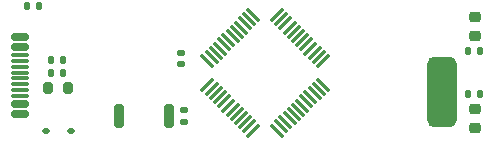
<source format=gbr>
%TF.GenerationSoftware,KiCad,Pcbnew,6.0.2+dfsg-1*%
%TF.CreationDate,2022-07-02T11:43:58+03:00*%
%TF.ProjectId,GDBluePill,4744426c-7565-4506-996c-6c2e6b696361,rev?*%
%TF.SameCoordinates,Original*%
%TF.FileFunction,Paste,Top*%
%TF.FilePolarity,Positive*%
%FSLAX46Y46*%
G04 Gerber Fmt 4.6, Leading zero omitted, Abs format (unit mm)*
G04 Created by KiCad (PCBNEW 6.0.2+dfsg-1) date 2022-07-02 11:43:58*
%MOMM*%
%LPD*%
G01*
G04 APERTURE LIST*
G04 Aperture macros list*
%AMRoundRect*
0 Rectangle with rounded corners*
0 $1 Rounding radius*
0 $2 $3 $4 $5 $6 $7 $8 $9 X,Y pos of 4 corners*
0 Add a 4 corners polygon primitive as box body*
4,1,4,$2,$3,$4,$5,$6,$7,$8,$9,$2,$3,0*
0 Add four circle primitives for the rounded corners*
1,1,$1+$1,$2,$3*
1,1,$1+$1,$4,$5*
1,1,$1+$1,$6,$7*
1,1,$1+$1,$8,$9*
0 Add four rect primitives between the rounded corners*
20,1,$1+$1,$2,$3,$4,$5,0*
20,1,$1+$1,$4,$5,$6,$7,0*
20,1,$1+$1,$6,$7,$8,$9,0*
20,1,$1+$1,$8,$9,$2,$3,0*%
G04 Aperture macros list end*
%ADD10RoundRect,0.200000X-0.200000X-0.800000X0.200000X-0.800000X0.200000X0.800000X-0.200000X0.800000X0*%
%ADD11RoundRect,0.150000X-0.575000X0.150000X-0.575000X-0.150000X0.575000X-0.150000X0.575000X0.150000X0*%
%ADD12RoundRect,0.075000X-0.650000X0.075000X-0.650000X-0.075000X0.650000X-0.075000X0.650000X0.075000X0*%
%ADD13RoundRect,0.135000X-0.135000X-0.185000X0.135000X-0.185000X0.135000X0.185000X-0.135000X0.185000X0*%
%ADD14RoundRect,0.218750X-0.256250X0.218750X-0.256250X-0.218750X0.256250X-0.218750X0.256250X0.218750X0*%
%ADD15RoundRect,0.135000X0.135000X0.185000X-0.135000X0.185000X-0.135000X-0.185000X0.135000X-0.185000X0*%
%ADD16RoundRect,0.625000X-0.625000X-2.375000X0.625000X-2.375000X0.625000X2.375000X-0.625000X2.375000X0*%
%ADD17RoundRect,0.112500X0.187500X0.112500X-0.187500X0.112500X-0.187500X-0.112500X0.187500X-0.112500X0*%
%ADD18RoundRect,0.200000X-0.200000X-0.275000X0.200000X-0.275000X0.200000X0.275000X-0.200000X0.275000X0*%
%ADD19RoundRect,0.075000X0.415425X0.521491X-0.521491X-0.415425X-0.415425X-0.521491X0.521491X0.415425X0*%
%ADD20RoundRect,0.075000X-0.415425X0.521491X-0.521491X0.415425X0.415425X-0.521491X0.521491X-0.415425X0*%
%ADD21RoundRect,0.140000X-0.170000X0.140000X-0.170000X-0.140000X0.170000X-0.140000X0.170000X0.140000X0*%
%ADD22RoundRect,0.140000X0.170000X-0.140000X0.170000X0.140000X-0.170000X0.140000X-0.170000X-0.140000X0*%
%ADD23RoundRect,0.218750X0.256250X-0.218750X0.256250X0.218750X-0.256250X0.218750X-0.256250X-0.218750X0*%
G04 APERTURE END LIST*
D10*
%TO.C,SW1*%
X31529600Y-30353000D03*
X35729600Y-30353000D03*
%TD*%
D11*
%TO.C,P1*%
X23172600Y-23674000D03*
X23172600Y-24474000D03*
D12*
X23172600Y-25674000D03*
X23172600Y-26674000D03*
X23172600Y-27174000D03*
X23172600Y-28174000D03*
D11*
X23172600Y-29374000D03*
X23172600Y-30174000D03*
D12*
X23172600Y-28674000D03*
X23172600Y-27674000D03*
X23172600Y-26174000D03*
X23172600Y-25174000D03*
%TD*%
D13*
%TO.C,R5*%
X25800000Y-26680000D03*
X26820000Y-26680000D03*
%TD*%
D14*
%TO.C,D2*%
X61650000Y-22002500D03*
X61650000Y-23577500D03*
%TD*%
D15*
%TO.C,R6*%
X62130000Y-24830000D03*
X61110000Y-24830000D03*
%TD*%
D16*
%TO.C,Y2*%
X58836600Y-28309200D03*
%TD*%
D17*
%TO.C,D1*%
X27440600Y-31597600D03*
X25340600Y-31597600D03*
%TD*%
D13*
%TO.C,R3*%
X23721600Y-21082000D03*
X24741600Y-21082000D03*
%TD*%
D15*
%TO.C,R8*%
X62130000Y-28500000D03*
X61110000Y-28500000D03*
%TD*%
D18*
%TO.C,R4*%
X25514800Y-27990800D03*
X27164800Y-27990800D03*
%TD*%
D19*
%TO.C,U2*%
X48787876Y-25701212D03*
X48434322Y-25347658D03*
X48080769Y-24994105D03*
X47727215Y-24640551D03*
X47373662Y-24286998D03*
X47020109Y-23933445D03*
X46666555Y-23579891D03*
X46313002Y-23226338D03*
X45959449Y-22872785D03*
X45605895Y-22519231D03*
X45252342Y-22165678D03*
X44898788Y-21812124D03*
D20*
X42901212Y-21812124D03*
X42547658Y-22165678D03*
X42194105Y-22519231D03*
X41840551Y-22872785D03*
X41486998Y-23226338D03*
X41133445Y-23579891D03*
X40779891Y-23933445D03*
X40426338Y-24286998D03*
X40072785Y-24640551D03*
X39719231Y-24994105D03*
X39365678Y-25347658D03*
X39012124Y-25701212D03*
D19*
X39012124Y-27698788D03*
X39365678Y-28052342D03*
X39719231Y-28405895D03*
X40072785Y-28759449D03*
X40426338Y-29113002D03*
X40779891Y-29466555D03*
X41133445Y-29820109D03*
X41486998Y-30173662D03*
X41840551Y-30527215D03*
X42194105Y-30880769D03*
X42547658Y-31234322D03*
X42901212Y-31587876D03*
D20*
X44898788Y-31587876D03*
X45252342Y-31234322D03*
X45605895Y-30880769D03*
X45959449Y-30527215D03*
X46313002Y-30173662D03*
X46666555Y-29820109D03*
X47020109Y-29466555D03*
X47373662Y-29113002D03*
X47727215Y-28759449D03*
X48080769Y-28405895D03*
X48434322Y-28052342D03*
X48787876Y-27698788D03*
%TD*%
D21*
%TO.C,C11*%
X36779200Y-24996200D03*
X36779200Y-25956200D03*
%TD*%
D22*
%TO.C,C2*%
X37058600Y-30833000D03*
X37058600Y-29873000D03*
%TD*%
D23*
%TO.C,D3*%
X61650000Y-31337500D03*
X61650000Y-29762500D03*
%TD*%
D15*
%TO.C,R7*%
X26824400Y-25603200D03*
X25804400Y-25603200D03*
%TD*%
M02*

</source>
